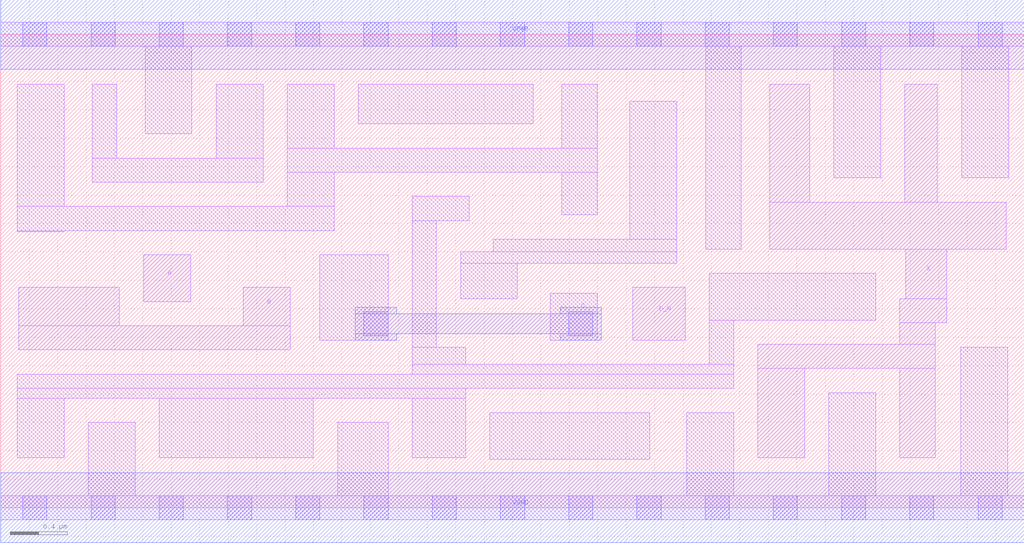
<source format=lef>
# Copyright 2020 The SkyWater PDK Authors
#
# Licensed under the Apache License, Version 2.0 (the "License");
# you may not use this file except in compliance with the License.
# You may obtain a copy of the License at
#
#     https://www.apache.org/licenses/LICENSE-2.0
#
# Unless required by applicable law or agreed to in writing, software
# distributed under the License is distributed on an "AS IS" BASIS,
# WITHOUT WARRANTIES OR CONDITIONS OF ANY KIND, either express or implied.
# See the License for the specific language governing permissions and
# limitations under the License.
#
# SPDX-License-Identifier: Apache-2.0

VERSION 5.5 ;
NAMESCASESENSITIVE ON ;
BUSBITCHARS "[]" ;
DIVIDERCHAR "/" ;
MACRO sky130_fd_sc_ls__or4b_4
  CLASS CORE ;
  SOURCE USER ;
  ORIGIN  0.000000  0.000000 ;
  SIZE  7.200000 BY  3.330000 ;
  SYMMETRY X Y ;
  SITE unit ;
  PIN A
    ANTENNAGATEAREA  0.411000 ;
    DIRECTION INPUT ;
    USE SIGNAL ;
    PORT
      LAYER li1 ;
        RECT 1.005000 1.450000 1.335000 1.780000 ;
    END
  END A
  PIN B
    ANTENNAGATEAREA  0.411000 ;
    DIRECTION INPUT ;
    USE SIGNAL ;
    PORT
      LAYER li1 ;
        RECT 0.125000 1.110000 2.035000 1.280000 ;
        RECT 0.125000 1.280000 0.835000 1.550000 ;
        RECT 1.705000 1.280000 2.035000 1.550000 ;
    END
  END B
  PIN C
    ANTENNAPARTIALMETALSIDEAREA  1.197000 ;
    DIRECTION INPUT ;
    USE SIGNAL ;
    PORT
      LAYER met1 ;
        RECT 2.495000 1.180000 2.785000 1.225000 ;
        RECT 2.495000 1.225000 4.225000 1.365000 ;
        RECT 2.495000 1.365000 2.785000 1.410000 ;
        RECT 3.935000 1.180000 4.225000 1.225000 ;
        RECT 3.935000 1.365000 4.225000 1.410000 ;
    END
  END C
  PIN D_N
    ANTENNAGATEAREA  0.246000 ;
    DIRECTION INPUT ;
    USE SIGNAL ;
    PORT
      LAYER li1 ;
        RECT 4.445000 1.180000 4.815000 1.550000 ;
    END
  END D_N
  PIN X
    ANTENNADIFFAREA  1.178900 ;
    DIRECTION OUTPUT ;
    USE SIGNAL ;
    PORT
      LAYER li1 ;
        RECT 5.325000 0.350000 5.655000 0.980000 ;
        RECT 5.325000 0.980000 6.575000 1.150000 ;
        RECT 5.410000 1.820000 7.075000 2.150000 ;
        RECT 5.410000 2.150000 5.690000 2.980000 ;
        RECT 6.325000 0.350000 6.575000 0.980000 ;
        RECT 6.325000 1.150000 6.575000 1.300000 ;
        RECT 6.325000 1.300000 6.655000 1.470000 ;
        RECT 6.360000 2.150000 6.590000 2.980000 ;
        RECT 6.365000 1.470000 6.655000 1.820000 ;
    END
  END X
  PIN VGND
    DIRECTION INOUT ;
    SHAPE ABUTMENT ;
    USE GROUND ;
    PORT
      LAYER met1 ;
        RECT 0.000000 -0.245000 7.200000 0.245000 ;
    END
  END VGND
  PIN VPWR
    DIRECTION INOUT ;
    SHAPE ABUTMENT ;
    USE POWER ;
    PORT
      LAYER met1 ;
        RECT 0.000000 3.085000 7.200000 3.575000 ;
    END
  END VPWR
  OBS
    LAYER li1 ;
      RECT 0.000000 -0.085000 7.200000 0.085000 ;
      RECT 0.000000  3.245000 7.200000 3.415000 ;
      RECT 0.115000  0.350000 0.445000 0.770000 ;
      RECT 0.115000  0.770000 3.270000 0.840000 ;
      RECT 0.115000  0.840000 5.155000 0.940000 ;
      RECT 0.115000  1.940000 0.445000 1.950000 ;
      RECT 0.115000  1.950000 2.345000 2.120000 ;
      RECT 0.115000  2.120000 0.445000 2.980000 ;
      RECT 0.615000  0.085000 0.945000 0.600000 ;
      RECT 0.645000  2.290000 1.845000 2.460000 ;
      RECT 0.645000  2.460000 0.815000 2.980000 ;
      RECT 1.015000  2.630000 1.345000 3.245000 ;
      RECT 1.115000  0.350000 2.200000 0.770000 ;
      RECT 1.515000  2.460000 1.845000 2.980000 ;
      RECT 2.015000  2.120000 2.345000 2.360000 ;
      RECT 2.015000  2.360000 4.195000 2.530000 ;
      RECT 2.015000  2.530000 2.345000 2.980000 ;
      RECT 2.245000  1.180000 2.725000 1.780000 ;
      RECT 2.370000  0.085000 2.725000 0.600000 ;
      RECT 2.515000  2.700000 3.745000 2.980000 ;
      RECT 2.895000  0.350000 3.270000 0.770000 ;
      RECT 2.895000  0.940000 5.155000 1.010000 ;
      RECT 2.895000  1.010000 3.270000 1.130000 ;
      RECT 2.895000  1.130000 3.065000 2.020000 ;
      RECT 2.895000  2.020000 3.295000 2.190000 ;
      RECT 3.235000  1.470000 3.635000 1.720000 ;
      RECT 3.235000  1.720000 4.755000 1.800000 ;
      RECT 3.440000  0.340000 4.565000 0.670000 ;
      RECT 3.465000  1.800000 4.755000 1.890000 ;
      RECT 3.865000  1.180000 4.195000 1.510000 ;
      RECT 3.945000  2.060000 4.195000 2.360000 ;
      RECT 3.945000  2.530000 4.195000 2.980000 ;
      RECT 4.425000  1.890000 4.755000 2.860000 ;
      RECT 4.825000  0.085000 5.155000 0.670000 ;
      RECT 4.960000  1.820000 5.210000 3.245000 ;
      RECT 4.985000  1.010000 5.155000 1.320000 ;
      RECT 4.985000  1.320000 6.155000 1.650000 ;
      RECT 5.825000  0.085000 6.155000 0.810000 ;
      RECT 5.860000  2.320000 6.190000 3.245000 ;
      RECT 6.755000  0.085000 7.085000 1.130000 ;
      RECT 6.760000  2.320000 7.090000 3.245000 ;
    LAYER mcon ;
      RECT 0.155000 -0.085000 0.325000 0.085000 ;
      RECT 0.155000  3.245000 0.325000 3.415000 ;
      RECT 0.635000 -0.085000 0.805000 0.085000 ;
      RECT 0.635000  3.245000 0.805000 3.415000 ;
      RECT 1.115000 -0.085000 1.285000 0.085000 ;
      RECT 1.115000  3.245000 1.285000 3.415000 ;
      RECT 1.595000 -0.085000 1.765000 0.085000 ;
      RECT 1.595000  3.245000 1.765000 3.415000 ;
      RECT 2.075000 -0.085000 2.245000 0.085000 ;
      RECT 2.075000  3.245000 2.245000 3.415000 ;
      RECT 2.555000 -0.085000 2.725000 0.085000 ;
      RECT 2.555000  1.210000 2.725000 1.380000 ;
      RECT 2.555000  3.245000 2.725000 3.415000 ;
      RECT 3.035000 -0.085000 3.205000 0.085000 ;
      RECT 3.035000  3.245000 3.205000 3.415000 ;
      RECT 3.515000 -0.085000 3.685000 0.085000 ;
      RECT 3.515000  3.245000 3.685000 3.415000 ;
      RECT 3.995000 -0.085000 4.165000 0.085000 ;
      RECT 3.995000  1.210000 4.165000 1.380000 ;
      RECT 3.995000  3.245000 4.165000 3.415000 ;
      RECT 4.475000 -0.085000 4.645000 0.085000 ;
      RECT 4.475000  3.245000 4.645000 3.415000 ;
      RECT 4.955000 -0.085000 5.125000 0.085000 ;
      RECT 4.955000  3.245000 5.125000 3.415000 ;
      RECT 5.435000 -0.085000 5.605000 0.085000 ;
      RECT 5.435000  3.245000 5.605000 3.415000 ;
      RECT 5.915000 -0.085000 6.085000 0.085000 ;
      RECT 5.915000  3.245000 6.085000 3.415000 ;
      RECT 6.395000 -0.085000 6.565000 0.085000 ;
      RECT 6.395000  3.245000 6.565000 3.415000 ;
      RECT 6.875000 -0.085000 7.045000 0.085000 ;
      RECT 6.875000  3.245000 7.045000 3.415000 ;
  END
END sky130_fd_sc_ls__or4b_4
END LIBRARY

</source>
